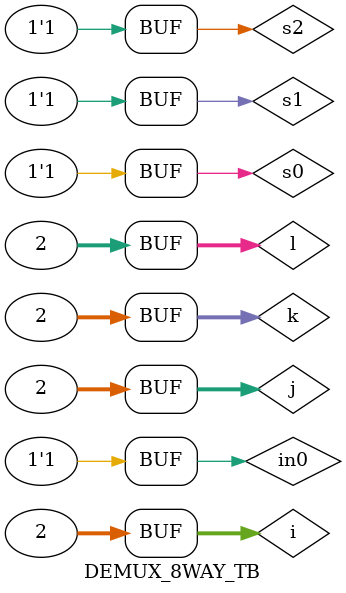
<source format=v>
module DEMUX_8WAY_TB;
reg in0,s0,s1,s2;
wire out0,out1,out2,out3,out4,out5,out6,out7;
demux_8way d4(out0,out1,out2,out3,out4,out5,out6,out7,in0,s0,s1,s2);
integer i,j,k,l;
always
begin
	for(i=0;i<=1;i=i+1)
	for(j=0;j<=1;j=j+1)
	for(k=0;k<=1;k=k+1)
	for(l=0;l<=1;l=l+1)
	begin
		#10 in0=i;s0=j;s1=k;s2=l;
	end
end
endmodule
</source>
